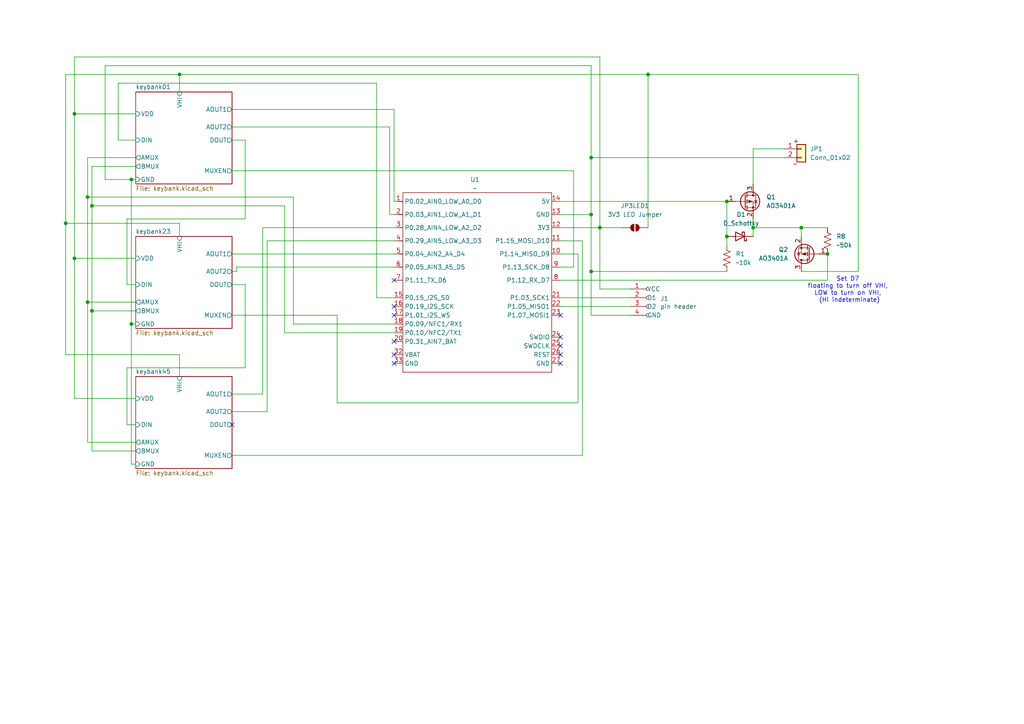
<source format=kicad_sch>
(kicad_sch (version 20250114) (generator "eeschema") (generator_version "9.0")
  (paper "A4")
  (title_block (title "maghand") (date "2025-09-28") (rev "0"))
  (lib_symbols
    (symbol "Connector:Conn_01x04_Socket" (pin_names (offset 1.016))
      (property "Reference" "J1" (at 1.27 0.0001 0))
      (property "Value" "pin header" (at 1.27 -2.5399 0))
      (symbol "Conn_01x04_Socket_1_1"
        (polyline (pts (xy -1.27 2.54) (xy -0.508 2.54)) (stroke (width 0.1524)))
        (polyline (pts (xy -1.27 0) (xy -0.508 0)) (stroke (width 0.1524)))
        (polyline (pts (xy -1.27 -2.54) (xy -0.508 -2.54)) (stroke (width 0.1524)))
        (polyline (pts (xy -1.27 -5.08) (xy -0.508 -5.08)) (stroke (width 0.1524)))
        (arc (start 0 2.032) (mid -0.5058 2.54) (end 0 3.048) (stroke (width 0.1524)))
        (arc (start 0 -0.508) (mid -0.5058 0) (end 0 0.508) (stroke (width 0.1524)))
        (arc (start 0 -3.048) (mid -0.5058 -2.54) (end 0 -2.032) (stroke (width 0.1524)))
        (arc (start 0 -5.588) (mid -0.5058 -5.08) (end 0 -4.572) (stroke (width 0.1524)))
        (pin power_out line (at -5.08 2.54 0) (length 3.81) (name "VCC") (number "1"))
        (pin bidirectional line (at -5.08 0 0) (length 3.81) (name "D1") (number "2"))
        (pin bidirectional line (at -5.08 -2.54 0) (length 3.81) (name "D2") (number "3"))
        (pin power_out line (at -5.08 -5.08 0) (length 3.81) (name "GND") (number "4"))
      )
    )
    (symbol "Connector_Generic:Conn_01x02" (pin_names (offset 1.016) (hide yes))
      (property "Reference" "JP1" (at 2.54 0.0001 0))
      (property "Value" "Conn_01x02" (at 2.54 -2.5399 0))
      (symbol "Conn_01x02_1_1"
        (rectangle (start -1.27 1.27) (end 1.27 -3.81) (stroke (width 0.254)) (fill (type background)))
        (rectangle (start -1.27 0.127) (end 0 -0.127) (stroke (width 0.1524)))
        (rectangle (start -1.27 -2.413) (end 0 -2.667) (stroke (width 0.1524)))
        (text "-" (at -1.778 -4.318 0) (effects (font (size 1.27 1.27))))
        (text "+" (at -1.524 2.286 0) (effects (font (size 1.27 1.27))))
        (pin passive line (at -5.08 0 0) (length 3.81) (name "BAT+") (number "1"))
        (pin passive line (at -5.08 -2.54 0) (length 3.81) (name "BAT-") (number "2"))
      )
    )
    (symbol "Device:D_Schottky" (pin_numbers (hide yes)) (pin_names (offset 1.016) (hide yes))
      (property "Reference" "D" (at 0 2.54 0))
      (property "Value" "D_Schottky" (at 0 -2.54 0))
      (symbol "D_Schottky_0_1"
        (polyline (pts (xy -1.905 0.635) (xy -1.905 1.27) (xy -1.27 1.27) (xy -1.27 -1.27) (xy -0.635 -1.27) (xy -0.635 -0.635)) (stroke (width 0.254)))
        (polyline (pts (xy 1.27 1.27) (xy 1.27 -1.27) (xy -1.27 0) (xy 1.27 1.27)) (stroke (width 0.254)))
        (polyline (pts (xy 1.27 0) (xy -1.27 0)))
      )
      (symbol "D_Schottky_1_1"
        (pin passive line (at -3.81 0 0) (length 2.54) (name "K") (number "1"))
        (pin passive line (at 3.81 0 180) (length 2.54) (name "A") (number "2"))
      )
    )
    (symbol "Device:R_US" (pin_numbers (hide yes)) (pin_names (offset 0))
      (property "Reference" "R" (at 2.54 0 90))
      (property "Value" "R_US" (at -2.54 0 90))
      (symbol "R_US_0_1"
        (polyline (pts (xy 0 2.286) (xy 0 2.54)))
        (polyline (pts (xy 0 2.286) (xy 1.016 1.905) (xy 0 1.524) (xy -1.016 1.143) (xy 0 0.762)))
        (polyline (pts (xy 0 0.762) (xy 1.016 0.381) (xy 0 0) (xy -1.016 -0.381) (xy 0 -0.762)))
        (polyline (pts (xy 0 -0.762) (xy 1.016 -1.143) (xy 0 -1.524) (xy -1.016 -1.905) (xy 0 -2.286)))
        (polyline (pts (xy 0 -2.286) (xy 0 -2.54)))
      )
      (symbol "R_US_1_1"
        (pin passive line (at 0 3.81 270) (length 1.27) (name "~") (number "1"))
        (pin passive line (at 0 -3.81 90) (length 1.27) (name "~") (number "2"))
      )
    )
    (symbol "Jumper:SolderJumper_2_Open" (pin_numbers (hide yes)) (pin_names (offset 0) (hide yes)) (in_bom no)
      (property "Reference" "JP" (at 0 2.032 0))
      (property "Value" "SolderJumper_2_Open" (at 0 -2.54 0))
      (symbol "SolderJumper_2_Open_0_1"
        (polyline (pts (xy -0.254 1.016) (xy -0.254 -1.016)))
        (arc (start -0.254 -1.016) (mid -1.2656 0) (end -0.254 1.016))
        (arc (start -0.254 -1.016) (mid -1.2656 0) (end -0.254 1.016) (fill (type outline)))
        (arc (start 0.254 1.016) (mid 1.2656 0) (end 0.254 -1.016))
        (arc (start 0.254 1.016) (mid 1.2656 0) (end 0.254 -1.016) (fill (type outline)))
        (polyline (pts (xy 0.254 1.016) (xy 0.254 -1.016)))
      )
      (symbol "SolderJumper_2_Open_1_1"
        (pin passive line (at -3.81 0 0) (length 2.54) (name "A") (number "1"))
        (pin passive line (at 3.81 0 180) (length 2.54) (name "B") (number "2"))
      )
    )
    (symbol "Seeed_Studio_XIAO_Series:XIAO-nRF52840_Plus_SMD"
      (property "Reference" "U" (at -2.54 2.54 0))
      (symbol "XIAO-nRF52840_Plus_SMD_0_1"
        (rectangle (start 0 0) (end 43.18 -52.07))
      )
      (symbol "XIAO-nRF52840_Plus_SMD_1_0"
        (polyline (pts (xy 0 -2.54) (xy -1.27 -2.54)) (stroke (width 0.1524)))
        (polyline (pts (xy 0 -6.35) (xy -1.27 -6.35)) (stroke (width 0.1524)))
        (polyline (pts (xy 0 -10.16) (xy -1.27 -10.16)) (stroke (width 0.1524)))
        (polyline (pts (xy 0 -13.97) (xy -1.27 -13.97)) (stroke (width 0.1524)))
        (polyline (pts (xy 0 -17.78) (xy -1.27 -17.78)) (stroke (width 0.1524)))
        (polyline (pts (xy 0 -21.59) (xy -1.27 -21.59)) (stroke (width 0.1524)))
        (polyline (pts (xy 0 -25.4) (xy -1.27 -25.4)) (stroke (width 0.1524)))
        (pin passive line (at -2.54 -2.54 0) (length 2.54) (name "P0.02_AIN0_LOW_A0_D0") (number "1"))
        (pin passive line (at -2.54 -6.35 0) (length 2.54) (name "P0.03_AIN1_LOW_A1_D1") (number "2"))
        (pin passive line (at -2.54 -10.16 0) (length 2.54) (name "P0.28_AIN4_LOW_A2_D2") (number "3"))
        (pin passive line (at -2.54 -13.97 0) (length 2.54) (name "P0.29_AIN5_LOW_A3_D3") (number "4"))
        (pin passive line (at -2.54 -17.78 0) (length 2.54) (name "P0.04_AIN2_A4_D4") (number "5"))
        (pin passive line (at -2.54 -21.59 0) (length 2.54) (name "P0.05_AIN3_A5_D5") (number "6"))
        (pin passive line (at -2.54 -25.4 0) (length 2.54) (name "P1.11_TX_D6") (number "7"))
        (pin passive line (at 45.72 -2.54 180) (length 2.54) (name "5V") (number "14"))
        (pin passive line (at 45.72 -6.35 180) (length 2.54) (name "GND") (number "13"))
        (pin passive line (at 45.72 -10.16 180) (length 2.54) (name "3V3") (number "12"))
        (pin passive line (at 45.72 -13.97 180) (length 2.54) (name "P1.15_MOSI_D10") (number "11"))
        (pin passive line (at 45.72 -17.78 180) (length 2.54) (name "P1.14_MISO_D9") (number "10"))
        (pin passive line (at 45.72 -21.59 180) (length 2.54) (name "P1.13_SCK_D8") (number "9"))
        (pin passive line (at 45.72 -25.4 180) (length 2.54) (name "P1.12_RX_D7") (number "8"))
      )
      (symbol "XIAO-nRF52840_Plus_SMD_1_1"
        (pin passive line (at -2.54 -30.48 0) (length 2.54) (name "P0.15_I2S_SD") (number "15"))
        (pin passive line (at -2.54 -33.02 0) (length 2.54) (name "P0.19_I2S_SCK") (number "16"))
        (pin passive line (at -2.54 -35.56 0) (length 2.54) (name "P1.01_I2S_WS") (number "17"))
        (pin passive line (at -2.54 -38.1 0) (length 2.54) (name "P0.09/NFC1/RX1") (number "18"))
        (pin passive line (at -2.54 -40.64 0) (length 2.54) (name "P0.10/NFC2/TX1") (number "19"))
        (pin passive line (at -2.54 -43.18 0) (length 2.54) (name "P0.31_AIN7_BAT") (number "20"))
        (pin passive line (at -2.54 -46.99 0) (length 2.54) (name "VBAT") (number "32"))
        (pin passive line (at -2.54 -49.53 0) (length 2.54) (name "GND") (number "33"))
        (pin passive line (at 45.72 -30.48 180) (length 2.54) (name "P1.03_SCK1") (number "21"))
        (pin passive line (at 45.72 -33.02 180) (length 2.54) (name "P1.05_MISO1") (number "22"))
        (pin passive line (at 45.72 -35.56 180) (length 2.54) (name "P1.07_MOSI1") (number "23"))
        (pin passive line (at 45.72 -41.91 180) (length 2.54) (name "SWDIO") (number "24"))
        (pin passive line (at 45.72 -44.45 180) (length 2.54) (name "SWDCLK") (number "25"))
        (pin passive line (at 45.72 -46.99 180) (length 2.54) (name "REST") (number "26"))
        (pin passive line (at 45.72 -49.53 180) (length 2.54) (name "GND") (number "27"))
      )
    )
    (symbol "Transistor_FET:AO3401A" (pin_names (hide yes))
      (property "Reference" "Q" (at 5.08 1.905 0))
      (property "Value" "AO3401A" (at 5.08 0 0))
      (symbol "AO3401A_0_1"
        (polyline (pts (xy 0.254 1.905) (xy 0.254 -1.905)) (stroke (width 0.254)))
        (polyline (pts (xy 0.254 0) (xy -2.54 0)))
        (polyline (pts (xy 0.762 2.286) (xy 0.762 1.27)) (stroke (width 0.254)))
        (polyline (pts (xy 0.762 1.778) (xy 3.302 1.778) (xy 3.302 -1.778) (xy 0.762 -1.778)))
        (polyline (pts (xy 0.762 0.508) (xy 0.762 -0.508)) (stroke (width 0.254)))
        (polyline (pts (xy 0.762 -1.27) (xy 0.762 -2.286)) (stroke (width 0.254)))
        (circle (center 1.651 0) (radius 2.794) (stroke (width 0.254)))
        (polyline (pts (xy 2.286 0) (xy 1.27 0.381) (xy 1.27 -0.381) (xy 2.286 0)) (fill (type outline)))
        (polyline (pts (xy 2.54 2.54) (xy 2.54 1.778)))
        (circle (center 2.54 1.778) (radius 0.254) (fill (type outline)))
        (circle (center 2.54 -1.778) (radius 0.254) (fill (type outline)))
        (polyline (pts (xy 2.54 -2.54) (xy 2.54 0) (xy 0.762 0)))
        (polyline (pts (xy 2.794 -0.508) (xy 2.921 -0.381) (xy 3.683 -0.381) (xy 3.81 -0.254)))
        (polyline (pts (xy 3.302 -0.381) (xy 2.921 0.254) (xy 3.683 0.254) (xy 3.302 -0.381)))
      )
      (symbol "AO3401A_1_1"
        (pin input line (at -5.08 0 0) (length 2.54) (name "G") (number "1"))
        (pin passive line (at 2.54 5.08 270) (length 2.54) (name "D") (number "3"))
        (pin passive line (at 2.54 -5.08 90) (length 2.54) (name "S") (number "2"))
      )
    )
  )
  (text "Set D7 \nfloating to turn off VHI, \nLOW to turn on VHI, \n(HI indeterminate)" (at 246.38 84.074 0) (effects (font (size 1.27 1.27))))
  (junction (at 19.05 64.77))
  (junction (at 232.41 66.04))
  (junction (at 25.4 57.15))
  (junction (at 171.45 78.74))
  (junction (at 171.45 45.72))
  (junction (at 21.59 74.93))
  (junction (at 187.96 21.59))
  (junction (at 21.59 33.02))
  (junction (at 210.82 58.42))
  (junction (at 38.1 93.98))
  (junction (at 26.67 90.17))
  (junction (at 210.82 68.58))
  (junction (at 26.67 59.69))
  (junction (at 173.99 66.04))
  (junction (at 25.4 87.63))
  (junction (at 218.44 66.04))
  (junction (at 171.45 62.23))
  (junction (at 240.03 73.66))
  (junction (at 52.07 21.59))
  (junction (at 38.1 52.07))
  (no_connect (at 162.56 91.44))
  (no_connect (at 67.31 123.19))
  (no_connect (at 114.3 99.06))
  (no_connect (at 114.3 91.44))
  (no_connect (at 114.3 88.9))
  (no_connect (at 114.3 102.87))
  (no_connect (at 162.56 97.79))
  (no_connect (at 162.56 100.33))
  (no_connect (at 114.3 105.41))
  (no_connect (at 162.56 105.41))
  (no_connect (at 114.3 81.28))
  (no_connect (at 162.56 102.87))
  (wire (pts (xy 218.44 43.18) (xy 227.33 43.18)))
  (wire (pts (xy 113.03 36.83) (xy 113.03 62.23)))
  (wire (pts (xy 19.05 21.59) (xy 52.07 21.59)))
  (wire (pts (xy 166.37 77.47) (xy 166.37 49.53)))
  (wire (pts (xy 232.41 66.04) (xy 240.03 66.04)))
  (wire (pts (xy 76.2 114.3) (xy 76.2 66.04)))
  (wire (pts (xy 82.55 96.52) (xy 114.3 96.52)))
  (wire (pts (xy 187.96 21.59) (xy 248.92 21.59)))
  (wire (pts (xy 210.82 58.42) (xy 210.82 68.58)))
  (wire (pts (xy 71.12 40.64) (xy 71.12 63.5)))
  (wire (pts (xy 162.56 58.42) (xy 210.82 58.42)))
  (wire (pts (xy 71.12 82.55) (xy 71.12 106.68)))
  (wire (pts (xy 34.29 24.13) (xy 109.22 24.13)))
  (wire (pts (xy 171.45 62.23) (xy 171.45 45.72)))
  (wire (pts (xy 26.67 59.69) (xy 82.55 59.69)))
  (wire (pts (xy 21.59 33.02) (xy 21.59 74.93)))
  (wire (pts (xy 82.55 59.69) (xy 82.55 96.52)))
  (wire (pts (xy 67.31 82.55) (xy 71.12 82.55)))
  (wire (pts (xy 171.45 45.72) (xy 227.33 45.72)))
  (wire (pts (xy 85.09 93.98) (xy 85.09 57.15)))
  (wire (pts (xy 171.45 45.72) (xy 171.45 19.05)))
  (wire (pts (xy 173.99 16.51) (xy 173.99 66.04)))
  (wire (pts (xy 114.3 69.85) (xy 77.47 69.85)))
  (wire (pts (xy 26.67 48.26) (xy 39.37 48.26)))
  (wire (pts (xy 38.1 93.98) (xy 39.37 93.98)))
  (wire (pts (xy 162.56 69.85) (xy 168.91 69.85)))
  (wire (pts (xy 67.31 78.74) (xy 68.58 78.74)))
  (wire (pts (xy 21.59 74.93) (xy 39.37 74.93)))
  (wire (pts (xy 52.07 64.77) (xy 19.05 64.77)))
  (wire (pts (xy 21.59 16.51) (xy 173.99 16.51)))
  (wire (pts (xy 218.44 53.34) (xy 218.44 43.18)))
  (wire (pts (xy 77.47 69.85) (xy 77.47 119.38)))
  (wire (pts (xy 171.45 19.05) (xy 30.48 19.05)))
  (wire (pts (xy 167.64 116.84) (xy 167.64 73.66)))
  (wire (pts (xy 114.3 86.36) (xy 109.22 86.36)))
  (wire (pts (xy 52.07 109.22) (xy 52.07 102.87)))
  (wire (pts (xy 36.83 63.5) (xy 36.83 82.55)))
  (wire (pts (xy 25.4 87.63) (xy 39.37 87.63)))
  (wire (pts (xy 162.56 77.47) (xy 166.37 77.47)))
  (wire (pts (xy 21.59 33.02) (xy 21.59 16.51)))
  (wire (pts (xy 113.03 62.23) (xy 114.3 62.23)))
  (wire (pts (xy 39.37 130.81) (xy 26.67 130.81)))
  (wire (pts (xy 182.88 83.82) (xy 173.99 83.82)))
  (wire (pts (xy 39.37 33.02) (xy 21.59 33.02)))
  (wire (pts (xy 167.64 73.66) (xy 162.56 73.66)))
  (wire (pts (xy 162.56 86.36) (xy 182.88 86.36)))
  (wire (pts (xy 182.88 91.44) (xy 171.45 91.44)))
  (wire (pts (xy 21.59 74.93) (xy 21.59 115.57)))
  (wire (pts (xy 68.58 77.47) (xy 114.3 77.47)))
  (wire (pts (xy 67.31 36.83) (xy 113.03 36.83)))
  (wire (pts (xy 210.82 78.74) (xy 171.45 78.74)))
  (wire (pts (xy 162.56 62.23) (xy 171.45 62.23)))
  (wire (pts (xy 36.83 82.55) (xy 39.37 82.55)))
  (wire (pts (xy 25.4 87.63) (xy 25.4 128.27)))
  (wire (pts (xy 67.31 114.3) (xy 76.2 114.3)))
  (wire (pts (xy 26.67 59.69) (xy 26.67 48.26)))
  (wire (pts (xy 97.79 91.44) (xy 97.79 116.84)))
  (wire (pts (xy 166.37 49.53) (xy 67.31 49.53)))
  (wire (pts (xy 180.34 66.04) (xy 173.99 66.04)))
  (wire (pts (xy 39.37 40.64) (xy 34.29 40.64)))
  (wire (pts (xy 248.92 21.59) (xy 248.92 78.74)))
  (wire (pts (xy 25.4 128.27) (xy 39.37 128.27)))
  (wire (pts (xy 171.45 91.44) (xy 171.45 78.74)))
  (wire (pts (xy 38.1 134.62) (xy 38.1 93.98)))
  (wire (pts (xy 218.44 63.5) (xy 218.44 66.04)))
  (wire (pts (xy 210.82 68.58) (xy 210.82 71.12)))
  (wire (pts (xy 109.22 24.13) (xy 109.22 86.36)))
  (wire (pts (xy 171.45 78.74) (xy 171.45 62.23)))
  (wire (pts (xy 25.4 45.72) (xy 25.4 57.15)))
  (wire (pts (xy 26.67 90.17) (xy 26.67 59.69)))
  (wire (pts (xy 218.44 66.04) (xy 232.41 66.04)))
  (wire (pts (xy 67.31 73.66) (xy 114.3 73.66)))
  (wire (pts (xy 39.37 45.72) (xy 25.4 45.72)))
  (wire (pts (xy 38.1 52.07) (xy 39.37 52.07)))
  (wire (pts (xy 30.48 52.07) (xy 38.1 52.07)))
  (wire (pts (xy 232.41 78.74) (xy 248.92 78.74)))
  (wire (pts (xy 67.31 119.38) (xy 77.47 119.38)))
  (wire (pts (xy 168.91 69.85) (xy 168.91 132.08)))
  (wire (pts (xy 97.79 116.84) (xy 167.64 116.84)))
  (wire (pts (xy 85.09 57.15) (xy 25.4 57.15)))
  (wire (pts (xy 19.05 21.59) (xy 19.05 64.77)))
  (wire (pts (xy 114.3 31.75) (xy 114.3 58.42)))
  (wire (pts (xy 187.96 21.59) (xy 187.96 66.04)))
  (wire (pts (xy 38.1 93.98) (xy 38.1 52.07)))
  (wire (pts (xy 36.83 106.68) (xy 36.83 123.19)))
  (wire (pts (xy 67.31 31.75) (xy 114.3 31.75)))
  (wire (pts (xy 36.83 123.19) (xy 39.37 123.19)))
  (wire (pts (xy 168.91 132.08) (xy 67.31 132.08)))
  (wire (pts (xy 52.07 21.59) (xy 52.07 26.67)))
  (wire (pts (xy 67.31 91.44) (xy 97.79 91.44)))
  (wire (pts (xy 240.03 73.66) (xy 240.03 81.28)))
  (wire (pts (xy 162.56 88.9) (xy 182.88 88.9)))
  (wire (pts (xy 30.48 19.05) (xy 30.48 52.07)))
  (wire (pts (xy 26.67 130.81) (xy 26.67 90.17)))
  (wire (pts (xy 25.4 57.15) (xy 25.4 87.63)))
  (wire (pts (xy 39.37 134.62) (xy 38.1 134.62)))
  (wire (pts (xy 232.41 66.04) (xy 232.41 68.58)))
  (wire (pts (xy 34.29 40.64) (xy 34.29 24.13)))
  (wire (pts (xy 21.59 115.57) (xy 39.37 115.57)))
  (wire (pts (xy 52.07 68.58) (xy 52.07 64.77)))
  (wire (pts (xy 162.56 81.28) (xy 240.03 81.28)))
  (wire (pts (xy 76.2 66.04) (xy 114.3 66.04)))
  (wire (pts (xy 26.67 90.17) (xy 39.37 90.17)))
  (wire (pts (xy 173.99 66.04) (xy 162.56 66.04)))
  (wire (pts (xy 218.44 66.04) (xy 218.44 68.58)))
  (wire (pts (xy 52.07 102.87) (xy 19.05 102.87)))
  (wire (pts (xy 114.3 93.98) (xy 85.09 93.98)))
  (wire (pts (xy 68.58 78.74) (xy 68.58 77.47)))
  (wire (pts (xy 52.07 21.59) (xy 187.96 21.59)))
  (wire (pts (xy 19.05 64.77) (xy 19.05 102.87)))
  (wire (pts (xy 71.12 63.5) (xy 36.83 63.5)))
  (wire (pts (xy 67.31 40.64) (xy 71.12 40.64)))
  (wire (pts (xy 71.12 106.68) (xy 36.83 106.68)))
  (wire (pts (xy 173.99 83.82) (xy 173.99 66.04)))
  (symbol (lib_id "Transistor_FET:AO3401A") (at 234.95 73.66 180) (unit 1)
    (property "Reference" "Q2" (at 228.6 72.3899 0) (effects (justify left)))
    (property "Value" "AO3401A" (at 228.6 74.9299 0) (effects (justify left)))
    (property "Footprint" "Package_TO_SOT_SMD:SOT-23" (effects (hide yes)))
    (property "Datasheet" "http://www.aosmd.com/pdfs/datasheet/AO3401A.pdf" (effects (hide yes)))
    (property "Description" "-4.0A Id, -30V Vds, P-Channel MOSFET, SOT-23" (effects (hide yes)))
  )
  (symbol (lib_id "Device:R_US") (at 240.03 69.85 0) (unit 1)
    (property "Reference" "R8" (at 242.57 68.5799 0) (effects (justify left)))
    (property "Value" "~50k" (at 242.57 71.1199 0) (effects (justify left)))
    (property "Footprint" "Resistor_SMD:R_0805_2012Metric_Pad1.20x1.40mm_HandSolder" (effects (hide yes)))
    (property "Description" "Resistor, US symbol" (effects (hide yes)))
  )
  (symbol (lib_id "Transistor_FET:AO3401A") (at 215.9 58.42 0) (unit 1)
    (property "Reference" "Q1" (at 222.25 57.1499 0) (effects (justify left)))
    (property "Value" "AO3401A" (at 222.25 59.6899 0) (effects (justify left)))
    (property "Footprint" "Package_TO_SOT_SMD:SOT-23" (effects (hide yes)))
    (property "Datasheet" "http://www.aosmd.com/pdfs/datasheet/AO3401A.pdf" (effects (hide yes)))
    (property "Description" "-4.0A Id, -30V Vds, P-Channel MOSFET, SOT-23" (effects (hide yes)))
  )
  (symbol (lib_id "Connector_Generic:Conn_01x02") (at 232.41 43.18 0) (unit 1)
    (property "Reference" "JP1" (at 234.95 43.1799 0) (effects (justify left)))
    (property "Value" "Conn_01x02" (at 234.95 45.7199 0) (effects (justify left)))
    (property "Footprint" "Connector_JST:JST_PH_S2B-PH-SM4-TB_1x02-1MP_P2.00mm_Horizontal" (effects (hide yes)))
    (property "Description" "Generic connector, single row, 01x02, script generated (kicad-library-utils/schlib/autogen/connector/)" (effects (hide yes)))
  )
  (symbol (lib_id "Device:R_US") (at 210.82 74.93 0) (unit 1)
    (property "Reference" "R1" (at 213.36 73.6599 0) (effects (justify left)))
    (property "Value" "~10k" (at 213.36 76.1999 0) (effects (justify left)))
    (property "Footprint" "Resistor_SMD:R_0805_2012Metric_Pad1.20x1.40mm_HandSolder" (effects (hide yes)))
    (property "Description" "Resistor, US symbol" (effects (hide yes)))
  )
  (symbol (lib_id "Connector:Conn_01x04_Socket") (at 187.96 86.36 0) (unit 1)
    (property "Reference" "J1" (at 191.516 86.614 0) (effects (justify left)))
    (property "Value" "pin header" (at 191.516 88.9 0) (effects (justify left)))
    (property "Footprint" "Connector_PinSocket_2.54mm:PinSocket_1x04_P2.54mm_Vertical" (effects (hide yes)))
    (property "Description" "4x 0.1\"/2.5mm pitch holes, 0.8mm diameter+1.8mm diameter holes" (effects (hide yes)))
  )
  (symbol (lib_id "Seeed_Studio_XIAO_Series:XIAO-nRF52840_Plus_SMD") (at 116.84 55.88 0) (unit 1)
    (property "Reference" "U1" (at 137.7569 52.07 0))
    (property "Value" "~" (at 137.7569 54.61 0))
    (property "Footprint" "maghand:XIAO-nRF52840-Plus-SMD_bathole" (effects (hide yes)))
  )
  (symbol (lib_id "Device:D_Schottky") (at 214.63 68.58 180) (unit 1)
    (property "Reference" "D1" (at 214.9475 62.23 0))
    (property "Value" "D_Schottky" (at 214.9475 64.77 0))
    (property "Footprint" "Diode_SMD:D_Powermite_AK" (effects (hide yes)))
    (property "Description" "Schottky diode" (effects (hide yes)))
  )
  (symbol (lib_id "Jumper:SolderJumper_2_Open") (at 184.15 66.04 180) (unit 1) (in_bom no)
    (property "Reference" "JP3LED1" (at 184.15 59.69 0))
    (property "Value" "3V3 LED Jumper" (at 184.15 62.23 0))
    (property "Footprint" "Jumper:SolderJumper-2_P1.3mm_Open_TrianglePad1.0x1.5mm" (effects (hide yes)))
    (property "Description" "Solder Jumper, 2-pole, open" (effects (hide yes)))
  )
  (sheet (at 39.37 26.67) (size 27.94 26.67) (stroke (width 0.1524))
    (property "Sheetname" "keybank01" (at 39.37 25.9584 0) (effects (justify left bottom)))
    (property "Sheetfile" "keybank.kicad_sch" (at 39.37 53.9246 0) (effects (justify left top)))
    (pin "AMUX" output (at 39.37 45.72 180))
    (pin "AOUT1" output (at 67.31 31.75 0))
    (pin "AOUT2" output (at 67.31 36.83 0))
    (pin "BMUX" output (at 39.37 48.26 180))
    (pin "DIN" input (at 39.37 40.64 180))
    (pin "DOUT" output (at 67.31 40.64 0))
    (pin "GND" input (at 39.37 52.07 180))
    (pin "MUXEN" output (at 67.31 49.53 0))
    (pin "VDD" input (at 39.37 33.02 180))
    (pin "VHI" input (at 52.07 26.67 90))
  )
  (sheet (at 39.37 109.22) (size 27.94 26.67) (stroke (width 0.1524))
    (property "Sheetname" "keybank45" (at 39.37 108.5084 0) (effects (justify left bottom)))
    (property "Sheetfile" "keybank.kicad_sch" (at 39.37 136.4746 0) (effects (justify left top)))
    (pin "AMUX" output (at 39.37 128.27 180))
    (pin "AOUT1" output (at 67.31 114.3 0))
    (pin "AOUT2" output (at 67.31 119.38 0))
    (pin "BMUX" output (at 39.37 130.81 180))
    (pin "DIN" input (at 39.37 123.19 180))
    (pin "DOUT" output (at 67.31 123.19 0))
    (pin "GND" input (at 39.37 134.62 180))
    (pin "MUXEN" output (at 67.31 132.08 0))
    (pin "VDD" input (at 39.37 115.57 180))
    (pin "VHI" input (at 52.07 109.22 90))
  )
  (sheet (at 39.37 68.58) (size 27.94 26.67) (stroke (width 0.1524))
    (property "Sheetname" "keybank23" (at 39.37 67.8684 0) (effects (justify left bottom)))
    (property "Sheetfile" "keybank.kicad_sch" (at 39.37 95.8346 0) (effects (justify left top)))
    (pin "AMUX" output (at 39.37 87.63 180))
    (pin "AOUT1" output (at 67.31 73.66 0))
    (pin "AOUT2" output (at 67.31 78.74 0))
    (pin "BMUX" output (at 39.37 90.17 180))
    (pin "DIN" input (at 39.37 82.55 180))
    (pin "DOUT" output (at 67.31 82.55 0))
    (pin "GND" input (at 39.37 93.98 180))
    (pin "MUXEN" output (at 67.31 91.44 0))
    (pin "VDD" input (at 39.37 74.93 180))
    (pin "VHI" input (at 52.07 68.58 90))
  )
)
</source>
